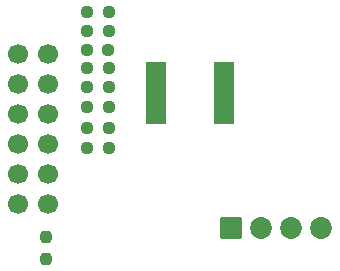
<source format=gbr>
%TF.GenerationSoftware,KiCad,Pcbnew,8.0.5*%
%TF.CreationDate,2024-11-24T20:06:06+03:00*%
%TF.ProjectId,pmod_esp32,706d6f64-5f65-4737-9033-322e6b696361,0.1*%
%TF.SameCoordinates,Original*%
%TF.FileFunction,Soldermask,Bot*%
%TF.FilePolarity,Negative*%
%FSLAX46Y46*%
G04 Gerber Fmt 4.6, Leading zero omitted, Abs format (unit mm)*
G04 Created by KiCad (PCBNEW 8.0.5) date 2024-11-24 20:06:06*
%MOMM*%
%LPD*%
G01*
G04 APERTURE LIST*
G04 Aperture macros list*
%AMRoundRect*
0 Rectangle with rounded corners*
0 $1 Rounding radius*
0 $2 $3 $4 $5 $6 $7 $8 $9 X,Y pos of 4 corners*
0 Add a 4 corners polygon primitive as box body*
4,1,4,$2,$3,$4,$5,$6,$7,$8,$9,$2,$3,0*
0 Add four circle primitives for the rounded corners*
1,1,$1+$1,$2,$3*
1,1,$1+$1,$4,$5*
1,1,$1+$1,$6,$7*
1,1,$1+$1,$8,$9*
0 Add four rect primitives between the rounded corners*
20,1,$1+$1,$2,$3,$4,$5,0*
20,1,$1+$1,$4,$5,$6,$7,0*
20,1,$1+$1,$6,$7,$8,$9,0*
20,1,$1+$1,$8,$9,$2,$3,0*%
G04 Aperture macros list end*
%ADD10C,1.695000*%
%ADD11RoundRect,0.237500X-0.237500X0.250000X-0.237500X-0.250000X0.237500X-0.250000X0.237500X0.250000X0*%
%ADD12RoundRect,0.102000X-0.825000X-0.825000X0.825000X-0.825000X0.825000X0.825000X-0.825000X0.825000X0*%
%ADD13C,1.854000*%
%ADD14RoundRect,0.237500X-0.250000X-0.237500X0.250000X-0.237500X0.250000X0.237500X-0.250000X0.237500X0*%
%ADD15RoundRect,0.076750X-0.810250X-0.230250X0.810250X-0.230250X0.810250X0.230250X-0.810250X0.230250X0*%
G04 APERTURE END LIST*
D10*
%TO.C,J2*%
X194696000Y-40900000D03*
X194696000Y-43440000D03*
X194696000Y-45980000D03*
X194696000Y-48520000D03*
X194696000Y-51060000D03*
X194696000Y-53600000D03*
X192156000Y-40900000D03*
X192156000Y-43440000D03*
X192156000Y-45980000D03*
X192156000Y-48520000D03*
X192156000Y-51060000D03*
X192156000Y-53600000D03*
%TD*%
D11*
%TO.C,R2*%
X194550000Y-56387500D03*
X194550000Y-58212500D03*
%TD*%
D12*
%TO.C,J1*%
X210190000Y-55600000D03*
D13*
X212730000Y-55600000D03*
X215270000Y-55600000D03*
X217810000Y-55600000D03*
%TD*%
D14*
%TO.C,R21*%
X197987500Y-48800000D03*
X199812500Y-48800000D03*
%TD*%
%TO.C,R20*%
X197987500Y-38900000D03*
X199812500Y-38900000D03*
%TD*%
%TO.C,R17*%
X197987500Y-42100000D03*
X199812500Y-42100000D03*
%TD*%
D15*
%TO.C,U2*%
X203830000Y-46425000D03*
X203830000Y-45775000D03*
X203830000Y-45125000D03*
X203830000Y-44475000D03*
X203830000Y-43825000D03*
X203830000Y-43175000D03*
X203830000Y-42525000D03*
X203830000Y-41875000D03*
X209570000Y-41875000D03*
X209570000Y-42525000D03*
X209570000Y-43175000D03*
X209570000Y-43825000D03*
X209570000Y-44475000D03*
X209570000Y-45125000D03*
X209570000Y-45775000D03*
X209570000Y-46425000D03*
%TD*%
D14*
%TO.C,R22*%
X198000000Y-37300000D03*
X199825000Y-37300000D03*
%TD*%
%TO.C,R18*%
X197975000Y-40500000D03*
X199800000Y-40500000D03*
%TD*%
%TO.C,R19*%
X197987500Y-45350000D03*
X199812500Y-45350000D03*
%TD*%
%TO.C,R16*%
X197987500Y-43650000D03*
X199812500Y-43650000D03*
%TD*%
%TO.C,R15*%
X197987500Y-47100000D03*
X199812500Y-47100000D03*
%TD*%
M02*

</source>
